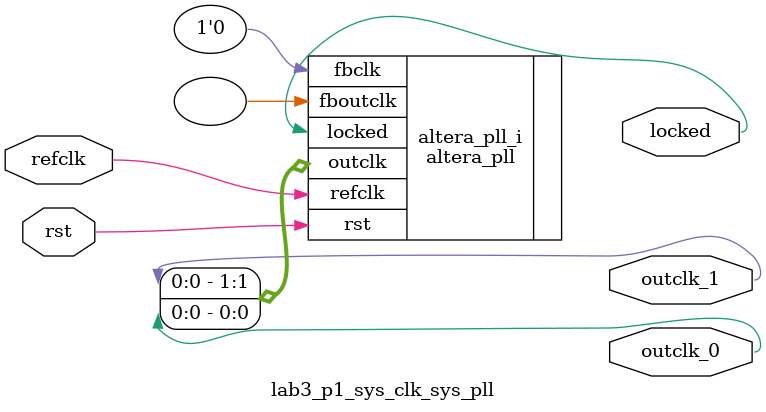
<source format=v>
`timescale 1ns/10ps
module  lab3_p1_sys_clk_sys_pll(

	// interface 'refclk'
	input wire refclk,

	// interface 'reset'
	input wire rst,

	// interface 'outclk0'
	output wire outclk_0,

	// interface 'outclk1'
	output wire outclk_1,

	// interface 'locked'
	output wire locked
);

	altera_pll #(
		.fractional_vco_multiplier("false"),
		.reference_clock_frequency("50.0 MHz"),
		.operation_mode("direct"),
		.number_of_clocks(2),
		.output_clock_frequency0("50.000000 MHz"),
		.phase_shift0("0 ps"),
		.duty_cycle0(50),
		.output_clock_frequency1("50.000000 MHz"),
		.phase_shift1("-3000 ps"),
		.duty_cycle1(50),
		.output_clock_frequency2("0 MHz"),
		.phase_shift2("0 ps"),
		.duty_cycle2(50),
		.output_clock_frequency3("0 MHz"),
		.phase_shift3("0 ps"),
		.duty_cycle3(50),
		.output_clock_frequency4("0 MHz"),
		.phase_shift4("0 ps"),
		.duty_cycle4(50),
		.output_clock_frequency5("0 MHz"),
		.phase_shift5("0 ps"),
		.duty_cycle5(50),
		.output_clock_frequency6("0 MHz"),
		.phase_shift6("0 ps"),
		.duty_cycle6(50),
		.output_clock_frequency7("0 MHz"),
		.phase_shift7("0 ps"),
		.duty_cycle7(50),
		.output_clock_frequency8("0 MHz"),
		.phase_shift8("0 ps"),
		.duty_cycle8(50),
		.output_clock_frequency9("0 MHz"),
		.phase_shift9("0 ps"),
		.duty_cycle9(50),
		.output_clock_frequency10("0 MHz"),
		.phase_shift10("0 ps"),
		.duty_cycle10(50),
		.output_clock_frequency11("0 MHz"),
		.phase_shift11("0 ps"),
		.duty_cycle11(50),
		.output_clock_frequency12("0 MHz"),
		.phase_shift12("0 ps"),
		.duty_cycle12(50),
		.output_clock_frequency13("0 MHz"),
		.phase_shift13("0 ps"),
		.duty_cycle13(50),
		.output_clock_frequency14("0 MHz"),
		.phase_shift14("0 ps"),
		.duty_cycle14(50),
		.output_clock_frequency15("0 MHz"),
		.phase_shift15("0 ps"),
		.duty_cycle15(50),
		.output_clock_frequency16("0 MHz"),
		.phase_shift16("0 ps"),
		.duty_cycle16(50),
		.output_clock_frequency17("0 MHz"),
		.phase_shift17("0 ps"),
		.duty_cycle17(50),
		.pll_type("General"),
		.pll_subtype("General")
	) altera_pll_i (
		.rst	(rst),
		.outclk	({outclk_1, outclk_0}),
		.locked	(locked),
		.fboutclk	( ),
		.fbclk	(1'b0),
		.refclk	(refclk)
	);
endmodule


</source>
